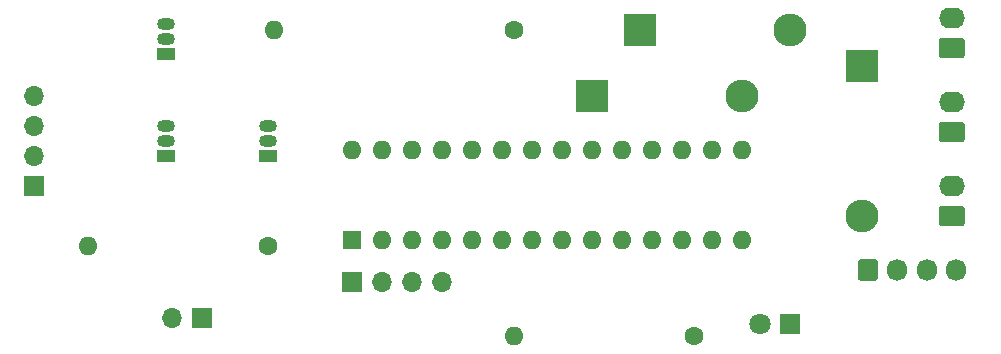
<source format=gbr>
%TF.GenerationSoftware,KiCad,Pcbnew,5.1.6-c6e7f7d~86~ubuntu16.04.1*%
%TF.CreationDate,2020-06-21T16:49:52-03:00*%
%TF.ProjectId,coolercontroller,636f6f6c-6572-4636-9f6e-74726f6c6c65,rev?*%
%TF.SameCoordinates,Original*%
%TF.FileFunction,Soldermask,Bot*%
%TF.FilePolarity,Negative*%
%FSLAX46Y46*%
G04 Gerber Fmt 4.6, Leading zero omitted, Abs format (unit mm)*
G04 Created by KiCad (PCBNEW 5.1.6-c6e7f7d~86~ubuntu16.04.1) date 2020-06-21 16:49:52*
%MOMM*%
%LPD*%
G01*
G04 APERTURE LIST*
%ADD10O,2.190000X1.740000*%
%ADD11O,1.700000X1.700000*%
%ADD12R,1.700000X1.700000*%
%ADD13O,1.600000X1.600000*%
%ADD14C,1.600000*%
%ADD15R,1.500000X1.050000*%
%ADD16O,1.500000X1.050000*%
%ADD17R,1.600000X1.600000*%
%ADD18O,2.800000X2.800000*%
%ADD19R,2.800000X2.800000*%
%ADD20C,1.800000*%
%ADD21R,1.800000X1.800000*%
%ADD22O,1.700000X1.850000*%
G04 APERTURE END LIST*
D10*
%TO.C,P6*%
X153924000Y-142240000D03*
G36*
G01*
X154769001Y-145650000D02*
X153078999Y-145650000D01*
G75*
G02*
X152829000Y-145400001I0J249999D01*
G01*
X152829000Y-144159999D01*
G75*
G02*
X153078999Y-143910000I249999J0D01*
G01*
X154769001Y-143910000D01*
G75*
G02*
X155019000Y-144159999I0J-249999D01*
G01*
X155019000Y-145400001D01*
G75*
G02*
X154769001Y-145650000I-249999J0D01*
G01*
G37*
%TD*%
%TO.C,P5*%
X153924000Y-149352000D03*
G36*
G01*
X154769001Y-152762000D02*
X153078999Y-152762000D01*
G75*
G02*
X152829000Y-152512001I0J249999D01*
G01*
X152829000Y-151271999D01*
G75*
G02*
X153078999Y-151022000I249999J0D01*
G01*
X154769001Y-151022000D01*
G75*
G02*
X155019000Y-151271999I0J-249999D01*
G01*
X155019000Y-152512001D01*
G75*
G02*
X154769001Y-152762000I-249999J0D01*
G01*
G37*
%TD*%
%TO.C,P4*%
X153924000Y-156464000D03*
G36*
G01*
X154769001Y-159874000D02*
X153078999Y-159874000D01*
G75*
G02*
X152829000Y-159624001I0J249999D01*
G01*
X152829000Y-158383999D01*
G75*
G02*
X153078999Y-158134000I249999J0D01*
G01*
X154769001Y-158134000D01*
G75*
G02*
X155019000Y-158383999I0J-249999D01*
G01*
X155019000Y-159624001D01*
G75*
G02*
X154769001Y-159874000I-249999J0D01*
G01*
G37*
%TD*%
D11*
%TO.C,P3*%
X110744000Y-164592000D03*
X108204000Y-164592000D03*
X105664000Y-164592000D03*
D12*
X103124000Y-164592000D03*
%TD*%
D11*
%TO.C,P2*%
X76200000Y-148844000D03*
X76200000Y-151384000D03*
X76200000Y-153924000D03*
D12*
X76200000Y-156464000D03*
%TD*%
D11*
%TO.C,J1*%
X87884000Y-167640000D03*
D12*
X90424000Y-167640000D03*
%TD*%
D13*
%TO.C,R2*%
X80772000Y-161544000D03*
D14*
X96012000Y-161544000D03*
%TD*%
D13*
%TO.C,R1*%
X116840000Y-169164000D03*
D14*
X132080000Y-169164000D03*
%TD*%
D15*
%TO.C,Q3*%
X96012000Y-153924000D03*
D16*
X96012000Y-151384000D03*
X96012000Y-152654000D03*
%TD*%
D15*
%TO.C,Q2*%
X87376000Y-145288000D03*
D16*
X87376000Y-142748000D03*
X87376000Y-144018000D03*
%TD*%
D15*
%TO.C,Q1*%
X87376000Y-153924000D03*
D16*
X87376000Y-151384000D03*
X87376000Y-152654000D03*
%TD*%
D13*
%TO.C,IC1*%
X103124000Y-153416000D03*
X136144000Y-161036000D03*
X105664000Y-153416000D03*
X133604000Y-161036000D03*
X108204000Y-153416000D03*
X131064000Y-161036000D03*
X110744000Y-153416000D03*
X128524000Y-161036000D03*
X113284000Y-153416000D03*
X125984000Y-161036000D03*
X115824000Y-153416000D03*
X123444000Y-161036000D03*
X118364000Y-153416000D03*
X120904000Y-161036000D03*
X120904000Y-153416000D03*
X118364000Y-161036000D03*
X123444000Y-153416000D03*
X115824000Y-161036000D03*
X125984000Y-153416000D03*
X113284000Y-161036000D03*
X128524000Y-153416000D03*
X110744000Y-161036000D03*
X131064000Y-153416000D03*
X108204000Y-161036000D03*
X133604000Y-153416000D03*
X105664000Y-161036000D03*
X136144000Y-153416000D03*
D17*
X103124000Y-161036000D03*
%TD*%
D18*
%TO.C,D4*%
X140208000Y-143256000D03*
D19*
X127508000Y-143256000D03*
%TD*%
D18*
%TO.C,D3*%
X136144000Y-148844000D03*
D19*
X123444000Y-148844000D03*
%TD*%
D18*
%TO.C,D2*%
X146304000Y-159004000D03*
D19*
X146304000Y-146304000D03*
%TD*%
D20*
%TO.C,D1*%
X137668000Y-168148000D03*
D21*
X140208000Y-168148000D03*
%TD*%
%TO.C,P1*%
G36*
G01*
X145962000Y-164251000D02*
X145962000Y-162901000D01*
G75*
G02*
X146212000Y-162651000I250000J0D01*
G01*
X147412000Y-162651000D01*
G75*
G02*
X147662000Y-162901000I0J-250000D01*
G01*
X147662000Y-164251000D01*
G75*
G02*
X147412000Y-164501000I-250000J0D01*
G01*
X146212000Y-164501000D01*
G75*
G02*
X145962000Y-164251000I0J250000D01*
G01*
G37*
D22*
X149312000Y-163576000D03*
X151812000Y-163576000D03*
X154312000Y-163576000D03*
%TD*%
D14*
%TO.C,R3*%
X116840000Y-143256000D03*
D13*
X96520000Y-143256000D03*
%TD*%
M02*

</source>
